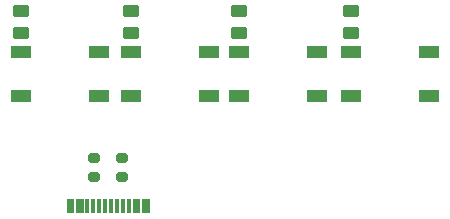
<source format=gbr>
%TF.GenerationSoftware,KiCad,Pcbnew,8.0.5*%
%TF.CreationDate,2024-10-18T23:38:30-04:00*%
%TF.ProjectId,KiCADWorkshopExample,4b694341-4457-46f7-926b-73686f704578,rev?*%
%TF.SameCoordinates,Original*%
%TF.FileFunction,Paste,Top*%
%TF.FilePolarity,Positive*%
%FSLAX46Y46*%
G04 Gerber Fmt 4.6, Leading zero omitted, Abs format (unit mm)*
G04 Created by KiCad (PCBNEW 8.0.5) date 2024-10-18 23:38:30*
%MOMM*%
%LPD*%
G01*
G04 APERTURE LIST*
G04 Aperture macros list*
%AMRoundRect*
0 Rectangle with rounded corners*
0 $1 Rounding radius*
0 $2 $3 $4 $5 $6 $7 $8 $9 X,Y pos of 4 corners*
0 Add a 4 corners polygon primitive as box body*
4,1,4,$2,$3,$4,$5,$6,$7,$8,$9,$2,$3,0*
0 Add four circle primitives for the rounded corners*
1,1,$1+$1,$2,$3*
1,1,$1+$1,$4,$5*
1,1,$1+$1,$6,$7*
1,1,$1+$1,$8,$9*
0 Add four rect primitives between the rounded corners*
20,1,$1+$1,$2,$3,$4,$5,0*
20,1,$1+$1,$4,$5,$6,$7,0*
20,1,$1+$1,$6,$7,$8,$9,0*
20,1,$1+$1,$8,$9,$2,$3,0*%
G04 Aperture macros list end*
%ADD10RoundRect,0.250000X0.450000X-0.262500X0.450000X0.262500X-0.450000X0.262500X-0.450000X-0.262500X0*%
%ADD11RoundRect,0.200000X0.275000X-0.200000X0.275000X0.200000X-0.275000X0.200000X-0.275000X-0.200000X0*%
%ADD12R,1.700000X1.000000*%
%ADD13R,0.300000X1.300000*%
G04 APERTURE END LIST*
D10*
%TO.C,R4*%
X80000000Y-125712500D03*
X80000000Y-123887500D03*
%TD*%
%TO.C,R3*%
X89300000Y-125712500D03*
X89300000Y-123887500D03*
%TD*%
%TO.C,R2*%
X98500000Y-125712500D03*
X98500000Y-123887500D03*
%TD*%
%TO.C,R1*%
X108000000Y-125712500D03*
X108000000Y-123887500D03*
%TD*%
D11*
%TO.C,R6*%
X86200000Y-137925000D03*
X86200000Y-136275000D03*
%TD*%
D12*
%TO.C,SW3*%
X105100000Y-131050000D03*
X98500000Y-131050000D03*
X105100000Y-127350000D03*
X98500000Y-127350000D03*
%TD*%
D13*
%TO.C,USBC1*%
X84050000Y-140377500D03*
X84850000Y-140377500D03*
X86150000Y-140377500D03*
X87150000Y-140377500D03*
X87650000Y-140377500D03*
X88650000Y-140377500D03*
X89950000Y-140377500D03*
X90750000Y-140377500D03*
X90450000Y-140377500D03*
X89650000Y-140377500D03*
X89150000Y-140377500D03*
X88150000Y-140377500D03*
X86650000Y-140377500D03*
X85650000Y-140377500D03*
X85150000Y-140377500D03*
X84350000Y-140377500D03*
%TD*%
D12*
%TO.C,SW4*%
X114600000Y-131050000D03*
X108000000Y-131050000D03*
X114600000Y-127350000D03*
X108000000Y-127350000D03*
%TD*%
%TO.C,SW2*%
X95900000Y-131050000D03*
X89300000Y-131050000D03*
X95900000Y-127350000D03*
X89300000Y-127350000D03*
%TD*%
%TO.C,SW1*%
X86600000Y-131050000D03*
X80000000Y-131050000D03*
X86600000Y-127350000D03*
X80000000Y-127350000D03*
%TD*%
D11*
%TO.C,R5*%
X88600000Y-137925000D03*
X88600000Y-136275000D03*
%TD*%
M02*

</source>
